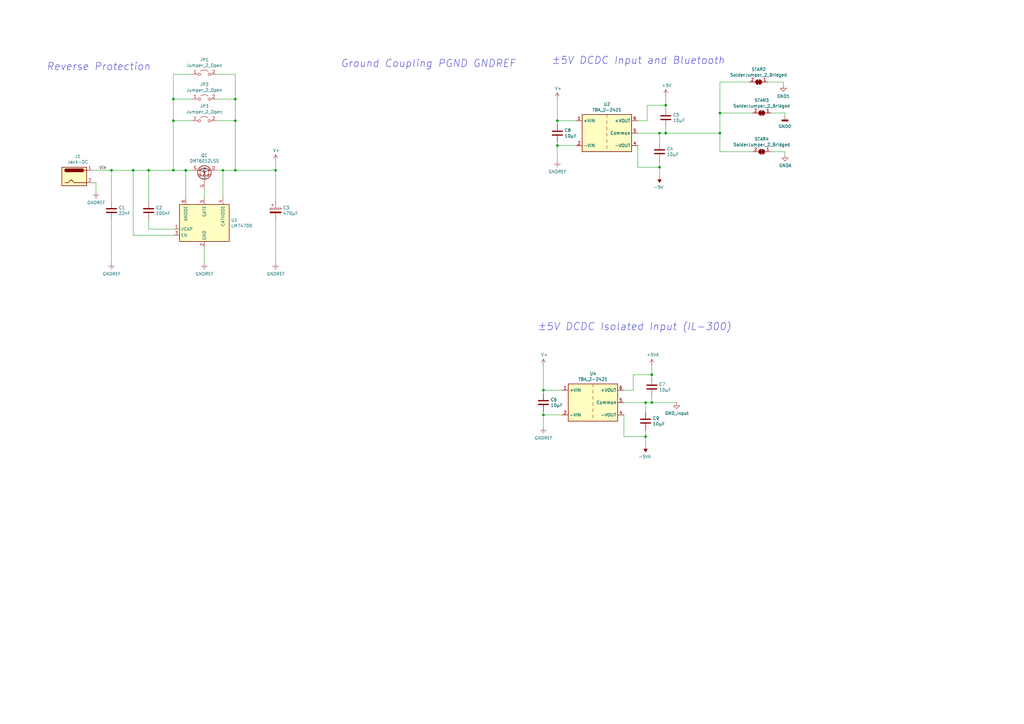
<source format=kicad_sch>
(kicad_sch (version 20211123) (generator eeschema)
  (paper "A3")
  (title_block (date "2020-05-23") (rev "1"))
  (lib_symbols
    (symbol "Connector:Jack-DC" (pin_names (offset 1.016))
      (property "Reference" "J" (at 0 5.334 0))
      (property "Value" "Jack-DC" (at 0 -5.08 0))
      (symbol "Jack-DC_0_1"
        (rectangle (start -5.08 3.81) (end 5.08 -3.81) (stroke (width 0.254)) (fill (type background)))
        (arc (start -3.302 3.175) (mid -3.937 2.54) (end -3.302 1.905) (stroke (width 0.254)))
        (arc (start -3.302 3.175) (mid -3.937 2.54) (end -3.302 1.905) (stroke (width 0.254)) (fill (type outline)))
        (polyline (pts (xy 5.08 2.54) (xy 3.81 2.54)) (stroke (width 0.254)))
        (polyline (pts (xy -3.81 -2.54) (xy -2.54 -2.54) (xy -1.27 -1.27) (xy 0 -2.54) (xy 2.54 -2.54) (xy 5.08 -2.54)) (stroke (width 0.254)))
        (rectangle (start 3.683 3.175) (end -3.302 1.905) (stroke (width 0.254)) (fill (type outline)))
      )
      (symbol "Jack-DC_1_1"
        (pin passive line (at 7.62 2.54 180) (length 2.54) (name "~") (number "1"))
        (pin passive line (at 7.62 -2.54 180) (length 2.54) (name "~") (number "2"))
      )
    )
    (symbol "Device:C" (pin_numbers hide) (pin_names (offset 0.254))
      (property "Reference" "C" (at 0.635 2.54 0))
      (property "Value" "C" (at 0.635 -2.54 0))
      (symbol "C_0_1"
        (polyline (pts (xy -2.032 -0.762) (xy 2.032 -0.762)) (stroke (width 0.508)))
        (polyline (pts (xy -2.032 0.762) (xy 2.032 0.762)) (stroke (width 0.508)))
      )
      (symbol "C_1_1"
        (pin passive line (at 0 3.81 270) (length 2.794) (name "~") (number "1"))
        (pin passive line (at 0 -3.81 90) (length 2.794) (name "~") (number "2"))
      )
    )
    (symbol "Device:CP" (pin_numbers hide) (pin_names (offset 0.254))
      (property "Reference" "C" (at 0.635 2.54 0))
      (property "Value" "Device_CP" (at 0.635 -2.54 0))
      (symbol "CP_0_1"
        (rectangle (start -2.286 0.508) (end 2.286 1.016))
        (polyline (pts (xy -1.778 2.286) (xy -0.762 2.286)))
        (polyline (pts (xy -1.27 2.794) (xy -1.27 1.778)))
        (rectangle (start 2.286 -0.508) (end -2.286 -1.016) (fill (type outline)))
      )
      (symbol "CP_1_1"
        (pin passive line (at 0 3.81 270) (length 2.794) (name "~") (number "1"))
        (pin passive line (at 0 -3.81 90) (length 2.794) (name "~") (number "2"))
      )
    )
    (symbol "Jumper:Jumper_2_Open" (pin_names (offset 0) hide)
      (property "Reference" "JP" (at 0 2.794 0))
      (property "Value" "Jumper_2_Open" (at 0 -2.286 0))
      (symbol "Jumper_2_Open_0_0"
        (circle (center -2.032 0) (radius 0.508))
        (circle (center 2.032 0) (radius 0.508))
      )
      (symbol "Jumper_2_Open_0_1"
        (arc (start 1.524 1.27) (mid 0 1.778) (end -1.524 1.27))
      )
      (symbol "Jumper_2_Open_1_1"
        (pin passive line (at -5.08 0 0) (length 2.54) (name "A") (number "1"))
        (pin passive line (at 5.08 0 180) (length 2.54) (name "B") (number "2"))
      )
    )
    (symbol "Jumper:SolderJumper_2_Bridged" (pin_names (offset 0) hide)
      (property "Reference" "JP" (at 0 2.032 0))
      (property "Value" "SolderJumper_2_Bridged" (at 0 -2.54 0))
      (symbol "SolderJumper_2_Bridged_0_1"
        (rectangle (start -0.508 0.508) (end 0.508 -0.508) (fill (type outline)))
        (arc (start -0.254 1.016) (mid -1.27 0) (end -0.254 -1.016))
        (arc (start -0.254 1.016) (mid -1.27 0) (end -0.254 -1.016) (fill (type outline)))
        (polyline (pts (xy -0.254 1.016) (xy -0.254 -1.016)))
        (polyline (pts (xy 0.254 1.016) (xy 0.254 -1.016)))
        (arc (start 0.254 -1.016) (mid 1.27 0) (end 0.254 1.016))
        (arc (start 0.254 -1.016) (mid 1.27 0) (end 0.254 1.016) (fill (type outline)))
      )
      (symbol "SolderJumper_2_Bridged_1_1"
        (pin passive line (at -3.81 0 0) (length 2.54) (name "A") (number "1"))
        (pin passive line (at 3.81 0 180) (length 2.54) (name "B") (number "2"))
      )
    )
    (symbol "MyLib:DMT6012LSS" (pin_names (offset 1.016))
      (property "Reference" "Q" (at 3.81 1.27 0))
      (property "Value" "MyLib_DMT6012LSS" (at 8.89 -1.27 0))
      (symbol "DMT6012LSS_1_1"
        (circle (center -0.889 0) (radius 2.794) (stroke (width 0.254)))
        (circle (center 0 -1.778) (radius 0.254) (fill (type outline)))
        (polyline (pts (xy -2.286 0) (xy -5.08 0)))
        (polyline (pts (xy -2.286 1.905) (xy -2.286 -1.905)) (stroke (width 0.254)))
        (polyline (pts (xy -1.778 -1.27) (xy -1.778 -2.286)) (stroke (width 0.254)))
        (polyline (pts (xy -1.778 0.508) (xy -1.778 -0.508)) (stroke (width 0.254)))
        (polyline (pts (xy -1.778 2.286) (xy -1.778 1.27)) (stroke (width 0.254)))
        (polyline (pts (xy 0 2.54) (xy 0 1.778)))
        (polyline (pts (xy 0 -2.54) (xy 0 0) (xy -1.778 0)))
        (polyline (pts (xy -1.778 -1.778) (xy 0.762 -1.778) (xy 0.762 1.778) (xy -1.778 1.778)))
        (polyline (pts (xy -1.524 0) (xy -0.508 0.381) (xy -0.508 -0.381) (xy -1.524 0)) (fill (type outline)))
        (polyline (pts (xy 0.254 0.508) (xy 0.381 0.381) (xy 1.143 0.381) (xy 1.27 0.254)))
        (polyline (pts (xy 0.762 0.381) (xy 0.381 -0.254) (xy 1.143 -0.254) (xy 0.762 0.381)))
        (circle (center 0 1.778) (radius 0.254) (fill (type outline)))
        (pin passive line (at 0 5.08 270) (length 2.54) (name "D") (number "D"))
        (pin input line (at -7.62 0 0) (length 2.54) (name "G") (number "G"))
        (pin passive line (at 0 -5.08 90) (length 2.54) (name "S") (number "S"))
      )
    )
    (symbol "MyLib:TBA_2-XXXX"
      (property "Reference" "U" (at -8.89 8.89 0))
      (property "Value" "MyLib_TBA_2-XXXX" (at 10.16 8.89 0))
      (symbol "TBA_2-XXXX_0_1"
        (rectangle (start -10.16 7.62) (end 10.16 -7.62) (stroke (width 0.254)) (fill (type background)))
        (polyline (pts (xy 0 -5.08) (xy 0 -6.35)))
        (polyline (pts (xy 0 -2.54) (xy 0 -3.81)))
        (polyline (pts (xy 0 0) (xy 0 -1.27)))
        (polyline (pts (xy 0 2.54) (xy 0 1.27)))
        (polyline (pts (xy 0 5.08) (xy 0 3.81)))
        (polyline (pts (xy 0 7.62) (xy 0 6.35)))
      )
      (symbol "TBA_2-XXXX_1_1"
        (pin power_in line (at -12.7 5.08 0) (length 2.54) (name "+VIN") (number "1"))
        (pin power_in line (at -12.7 -5.08 0) (length 2.54) (name "-VIN") (number "2"))
        (pin power_out line (at 12.7 -5.08 180) (length 2.54) (name "-VOUT") (number "4"))
        (pin power_out line (at 12.7 0 180) (length 2.54) (name "Common") (number "5"))
        (pin power_out line (at 12.7 5.08 180) (length 2.54) (name "+VOUT") (number "6"))
      )
    )
    (symbol "MyLib:V+" (power) (pin_names (offset 0))
      (property "Value" "MyLib_V+" (at 0 3.556 0))
      (symbol "V+_0_1"
        (polyline (pts (xy -0.762 1.27) (xy 0 2.54)))
        (polyline (pts (xy 0 0) (xy 0 2.54)))
        (polyline (pts (xy 0 2.54) (xy 0.762 1.27)))
      )
      (symbol "V+_1_1"
        (pin power_in line (at 0 0 90) (length 0) hide (name "V+") (number "1"))
      )
    )
    (symbol "OfficeAmp:GND_Input" (power) (pin_names (offset 0))
      (property "Value" "GND_Input" (at 0 -3.81 0))
      (symbol "GND_Input_0_1"
        (polyline (pts (xy 0 0) (xy 0 -1.27) (xy 1.27 -1.27) (xy 0 -2.54) (xy -1.27 -1.27) (xy 0 -1.27)))
      )
      (symbol "GND_Input_1_1"
        (pin power_in line (at 0 0 270) (length 0) hide (name "GND_Input") (number "1"))
      )
    )
    (symbol "Power_Management:LM74700"
      (property "Reference" "U" (at -9.525 -8.89 0))
      (property "Value" "LM74700" (at 7.62 -8.89 0))
      (symbol "LM74700_0_1"
        (rectangle (start -10.16 7.62) (end 10.16 -7.62) (stroke (width 0.254)) (fill (type background)))
      )
      (symbol "LM74700_1_1"
        (pin passive line (at -12.7 -2.54 0) (length 2.54) (name "VCAP") (number "1"))
        (pin power_in line (at 0 -10.16 90) (length 2.54) (name "GND") (number "2"))
        (pin input line (at -12.7 -5.08 0) (length 2.54) (name "EN") (number "3"))
        (pin input line (at 7.62 10.16 270) (length 2.54) (name "CATHODE") (number "4"))
        (pin output line (at 0 10.16 270) (length 2.54) (name "GATE") (number "5"))
        (pin power_in line (at -7.62 10.16 270) (length 2.54) (name "ANODE") (number "6"))
      )
    )
    (symbol "power:+5V" (power) (pin_names (offset 0))
      (property "Value" "+5V" (at 0 3.556 0))
      (symbol "+5V_0_1"
        (polyline (pts (xy -0.762 1.27) (xy 0 2.54)))
        (polyline (pts (xy 0 0) (xy 0 2.54)))
        (polyline (pts (xy 0 2.54) (xy 0.762 1.27)))
      )
      (symbol "+5V_1_1"
        (pin power_in line (at 0 0 90) (length 0) hide (name "+5V") (number "1"))
      )
    )
    (symbol "power:+5VA" (power) (pin_names (offset 0))
      (property "Value" "+5VA" (at 0 3.556 0))
      (symbol "+5VA_0_1"
        (polyline (pts (xy -0.762 1.27) (xy 0 2.54)))
        (polyline (pts (xy 0 0) (xy 0 2.54)))
        (polyline (pts (xy 0 2.54) (xy 0.762 1.27)))
      )
      (symbol "+5VA_1_1"
        (pin power_in line (at 0 0 90) (length 0) hide (name "+5VA") (number "1"))
      )
    )
    (symbol "power:-5V" (power) (pin_names (offset 0))
      (property "Value" "-5V" (at 0 3.81 0))
      (symbol "-5V_0_0"
        (pin power_in line (at 0 0 90) (length 0) hide (name "-5V") (number "1"))
      )
      (symbol "-5V_0_1"
        (polyline (pts (xy 0 0) (xy 0 1.27) (xy 0.762 1.27) (xy 0 2.54) (xy -0.762 1.27) (xy 0 1.27)) (fill (type outline)))
      )
    )
    (symbol "power:-5VA" (power) (pin_names (offset 0))
      (property "Value" "-5VA" (at 0 3.81 0))
      (symbol "-5VA_0_0"
        (pin power_in line (at 0 0 90) (length 0) hide (name "-5VA") (number "1"))
      )
      (symbol "-5VA_0_1"
        (polyline (pts (xy 0 0) (xy 0 1.27) (xy 0.762 1.27) (xy 0 2.54) (xy -0.762 1.27) (xy 0 1.27)) (fill (type outline)))
      )
    )
    (symbol "power:GND1" (power) (pin_names (offset 0))
      (property "Value" "GND1" (at 0 -3.81 0))
      (symbol "GND1_0_1"
        (polyline (pts (xy 0 0) (xy 0 -1.27) (xy 1.27 -1.27) (xy 0 -2.54) (xy -1.27 -1.27) (xy 0 -1.27)))
      )
      (symbol "GND1_1_1"
        (pin power_in line (at 0 0 270) (length 0) hide (name "GND1") (number "1"))
      )
    )
    (symbol "power:GNDA" (power) (pin_names (offset 0))
      (property "Value" "GNDA" (at 0 -3.81 0))
      (symbol "GNDA_0_1"
        (polyline (pts (xy 0 0) (xy 0 -1.27) (xy 1.27 -1.27) (xy 0 -2.54) (xy -1.27 -1.27) (xy 0 -1.27)))
      )
      (symbol "GNDA_1_1"
        (pin power_in line (at 0 0 270) (length 0) hide (name "GNDA") (number "1"))
      )
    )
    (symbol "power:GNDD" (power) (pin_names (offset 0))
      (property "Value" "GNDD" (at 0 -3.175 0))
      (symbol "GNDD_0_1"
        (rectangle (start -1.27 -1.524) (end 1.27 -2.032) (stroke (width 0.254)) (fill (type outline)))
        (polyline (pts (xy 0 0) (xy 0 -1.524)))
      )
      (symbol "GNDD_1_1"
        (pin power_in line (at 0 0 270) (length 0) hide (name "GNDD") (number "1"))
      )
    )
    (symbol "power:GNDREF" (power) (pin_names (offset 0))
      (property "Value" "GNDREF" (at 0 -3.81 0))
      (symbol "GNDREF_0_1"
        (polyline (pts (xy -0.635 -1.905) (xy 0.635 -1.905)))
        (polyline (pts (xy -0.127 -2.54) (xy 0.127 -2.54)))
        (polyline (pts (xy 0 -1.27) (xy 0 0)))
        (polyline (pts (xy 1.27 -1.27) (xy -1.27 -1.27)))
      )
      (symbol "GNDREF_1_1"
        (pin power_in line (at 0 0 270) (length 0) hide (name "GNDREF") (number "1"))
      )
    )
  )
  (junction (at 60.96 69.85))
  (junction (at 264.795 165.1))
  (junction (at 270.51 68.58))
  (junction (at 267.335 153.67))
  (junction (at 295.275 54.61))
  (junction (at 96.52 49.53))
  (junction (at 222.885 170.18))
  (junction (at 113.03 69.85))
  (junction (at 71.12 69.85))
  (junction (at 228.6 49.53))
  (junction (at 273.05 54.61))
  (junction (at 45.72 69.85))
  (junction (at 273.05 43.18))
  (junction (at 91.44 69.85))
  (junction (at 54.61 69.85))
  (junction (at 295.275 46.355))
  (junction (at 71.12 49.53))
  (junction (at 96.52 40.64))
  (junction (at 228.6 59.69))
  (junction (at 270.51 54.61))
  (junction (at 76.2 69.85))
  (junction (at 267.335 165.1))
  (junction (at 96.52 69.85))
  (junction (at 71.12 40.64))
  (junction (at 264.795 179.07))
  (junction (at 222.885 160.02))
  (wire (pts (xy 76.2 69.85) (xy 76.2 81.28)))
  (wire (pts (xy 261.62 54.61) (xy 270.51 54.61)))
  (wire (pts (xy 60.96 69.85) (xy 71.12 69.85)))
  (wire (pts (xy 83.82 107.95) (xy 83.82 101.6)))
  (wire (pts (xy 267.335 162.56) (xy 267.335 165.1)))
  (wire (pts (xy 255.905 165.1) (xy 264.795 165.1)))
  (wire (pts (xy 113.03 69.85) (xy 113.03 66.04)))
  (wire (pts (xy 264.795 179.07) (xy 264.795 176.53)))
  (wire (pts (xy 255.905 179.07) (xy 264.795 179.07)))
  (wire (pts (xy 60.96 93.98) (xy 71.12 93.98)))
  (wire (pts (xy 267.335 153.67) (xy 267.335 154.94)))
  (wire (pts (xy 295.275 46.355) (xy 308.61 46.355)))
  (wire (pts (xy 88.9 30.48) (xy 96.52 30.48)))
  (wire (pts (xy 321.945 62.23) (xy 321.945 63.5)))
  (wire (pts (xy 314.96 33.655) (xy 321.31 33.655)))
  (wire (pts (xy 222.885 160.02) (xy 222.885 161.29)))
  (wire (pts (xy 267.335 165.1) (xy 277.495 165.1)))
  (wire (pts (xy 71.12 40.64) (xy 71.12 49.53)))
  (wire (pts (xy 88.9 69.85) (xy 91.44 69.85)))
  (wire (pts (xy 113.03 82.55) (xy 113.03 69.85)))
  (wire (pts (xy 264.795 165.1) (xy 267.335 165.1)))
  (wire (pts (xy 273.05 54.61) (xy 295.275 54.61)))
  (wire (pts (xy 71.12 49.53) (xy 78.74 49.53)))
  (wire (pts (xy 228.6 59.69) (xy 236.22 59.69)))
  (wire (pts (xy 270.51 58.42) (xy 270.51 54.61)))
  (wire (pts (xy 261.62 68.58) (xy 270.51 68.58)))
  (wire (pts (xy 228.6 58.42) (xy 228.6 59.69)))
  (wire (pts (xy 228.6 49.53) (xy 236.22 49.53)))
  (wire (pts (xy 265.43 43.18) (xy 273.05 43.18)))
  (wire (pts (xy 321.31 33.655) (xy 321.31 34.925)))
  (wire (pts (xy 71.12 96.52) (xy 54.61 96.52)))
  (wire (pts (xy 295.275 62.23) (xy 308.61 62.23)))
  (wire (pts (xy 316.23 46.355) (xy 321.945 46.355)))
  (wire (pts (xy 264.795 165.1) (xy 264.795 168.91)))
  (wire (pts (xy 222.885 168.91) (xy 222.885 170.18)))
  (wire (pts (xy 45.72 69.85) (xy 38.1 69.85)))
  (wire (pts (xy 60.96 90.17) (xy 60.96 93.98)))
  (wire (pts (xy 259.715 153.67) (xy 267.335 153.67)))
  (wire (pts (xy 39.37 74.93) (xy 39.37 78.74)))
  (wire (pts (xy 71.12 49.53) (xy 71.12 69.85)))
  (wire (pts (xy 316.23 62.23) (xy 321.945 62.23)))
  (wire (pts (xy 38.1 74.93) (xy 39.37 74.93)))
  (wire (pts (xy 321.945 46.355) (xy 321.945 47.625)))
  (wire (pts (xy 45.72 69.85) (xy 45.72 82.55)))
  (wire (pts (xy 222.885 170.18) (xy 230.505 170.18)))
  (wire (pts (xy 295.275 46.355) (xy 295.275 33.655)))
  (wire (pts (xy 270.51 68.58) (xy 270.51 72.39)))
  (wire (pts (xy 222.885 175.26) (xy 222.885 170.18)))
  (wire (pts (xy 295.275 33.655) (xy 307.34 33.655)))
  (wire (pts (xy 78.74 69.85) (xy 76.2 69.85)))
  (wire (pts (xy 267.335 149.86) (xy 267.335 153.67)))
  (wire (pts (xy 96.52 49.53) (xy 96.52 69.85)))
  (wire (pts (xy 96.52 30.48) (xy 96.52 40.64)))
  (wire (pts (xy 88.9 49.53) (xy 96.52 49.53)))
  (wire (pts (xy 228.6 49.53) (xy 228.6 50.8)))
  (wire (pts (xy 45.72 90.17) (xy 45.72 107.95)))
  (wire (pts (xy 54.61 96.52) (xy 54.61 69.85)))
  (wire (pts (xy 78.74 40.64) (xy 71.12 40.64)))
  (wire (pts (xy 54.61 69.85) (xy 60.96 69.85)))
  (wire (pts (xy 96.52 69.85) (xy 91.44 69.85)))
  (wire (pts (xy 91.44 69.85) (xy 91.44 81.28)))
  (wire (pts (xy 273.05 39.37) (xy 273.05 43.18)))
  (wire (pts (xy 88.9 40.64) (xy 96.52 40.64)))
  (wire (pts (xy 261.62 68.58) (xy 261.62 59.69)))
  (wire (pts (xy 228.6 59.69) (xy 228.6 66.04)))
  (wire (pts (xy 113.03 69.85) (xy 96.52 69.85)))
  (wire (pts (xy 270.51 68.58) (xy 270.51 66.04)))
  (wire (pts (xy 270.51 54.61) (xy 273.05 54.61)))
  (wire (pts (xy 295.275 54.61) (xy 295.275 46.355)))
  (wire (pts (xy 71.12 69.85) (xy 76.2 69.85)))
  (wire (pts (xy 295.275 54.61) (xy 295.275 62.23)))
  (wire (pts (xy 96.52 40.64) (xy 96.52 49.53)))
  (wire (pts (xy 261.62 49.53) (xy 265.43 49.53)))
  (wire (pts (xy 273.05 52.07) (xy 273.05 54.61)))
  (wire (pts (xy 113.03 107.95) (xy 113.03 90.17)))
  (wire (pts (xy 273.05 43.18) (xy 273.05 44.45)))
  (wire (pts (xy 265.43 49.53) (xy 265.43 43.18)))
  (wire (pts (xy 83.82 77.47) (xy 83.82 81.28)))
  (wire (pts (xy 228.6 40.64) (xy 228.6 49.53)))
  (wire (pts (xy 45.72 69.85) (xy 54.61 69.85)))
  (wire (pts (xy 71.12 30.48) (xy 71.12 40.64)))
  (wire (pts (xy 259.715 160.02) (xy 259.715 153.67)))
  (wire (pts (xy 222.885 149.86) (xy 222.885 160.02)))
  (wire (pts (xy 264.795 179.07) (xy 264.795 182.88)))
  (wire (pts (xy 60.96 69.85) (xy 60.96 82.55)))
  (wire (pts (xy 255.905 160.02) (xy 259.715 160.02)))
  (wire (pts (xy 78.74 30.48) (xy 71.12 30.48)))
  (wire (pts (xy 222.885 160.02) (xy 230.505 160.02)))
  (wire (pts (xy 255.905 170.18) (xy 255.905 179.07)))
  (text "±5V DCDC Input and Bluetooth" (at 226.06 26.67 0) (effects (font (size 2.9972 2.9972) italic) (justify left bottom)))
  (text "Ground Coupling PGND GNDREF" (at 139.7 27.94 0) (effects (font (size 2.9972 2.9972) italic) (justify left bottom)))
  (text "±5V DCDC Isolated Input (IL-300)" (at 220.345 135.89 0) (effects (font (size 2.9972 2.9972) italic) (justify left bottom)))
  (text "Reverse Protection" (at 19.05 29.21 0) (effects (font (size 2.9972 2.9972) italic) (justify left bottom)))
  (label "Vin" (at 40.64 69.85 0))
  (symbol (lib_id "Power_Management:LM74700") (at 83.82 91.44 0) (unit 1)
    (property "Reference" "U1" (at 94.742 90.2716 0) (effects (justify left)))
    (property "Value" "LM74700" (at 94.742 92.583 0) (effects (justify left)))
    (property "Footprint" "Package_TO_SOT_SMD:SOT-23-6" (effects hide))
    (property "Datasheet" "http://www.ti.com/lit/gpn/LM74700-Q1" (effects hide))
  )
  (symbol (lib_id "Device:C") (at 60.96 86.36 0) (unit 1)
    (property "Reference" "C2" (at 63.881 85.1916 0) (effects (justify left)))
    (property "Value" "100nF" (at 63.881 87.503 0) (effects (justify left)))
    (property "Footprint" "Capacitor_SMD:C_0805_2012Metric_Pad1.18x1.45mm_HandSolder" (effects hide))
  )
  (symbol (lib_id "Device:C") (at 45.72 86.36 0) (unit 1)
    (property "Reference" "C1" (at 48.641 85.1916 0) (effects (justify left)))
    (property "Value" "22nF" (at 48.641 87.503 0) (effects (justify left)))
    (property "Footprint" "Capacitor_SMD:C_0805_2012Metric_Pad1.18x1.45mm_HandSolder" (effects hide))
  )
  (symbol (lib_id "power:GNDREF") (at 39.37 78.74 0) (unit 1)
    (property "Reference" "#PWR0101" (effects hide))
    (property "Value" "GNDREF" (at 39.497 83.1342 0))
  )
  (symbol (lib_id "power:GNDREF") (at 45.72 107.95 0) (unit 1)
    (property "Reference" "#PWR0102" (effects hide))
    (property "Value" "GNDREF" (at 45.847 112.3442 0))
  )
  (symbol (lib_id "power:GNDREF") (at 83.82 107.95 0) (unit 1)
    (property "Reference" "#PWR0103" (effects hide))
    (property "Value" "GNDREF" (at 83.947 112.3442 0))
  )
  (symbol (lib_id "power:GNDREF") (at 113.03 107.95 0) (unit 1)
    (property "Reference" "#PWR0104" (effects hide))
    (property "Value" "GNDREF" (at 113.157 112.3442 0))
  )
  (symbol (lib_id "Device:CP") (at 113.03 86.36 0) (unit 1)
    (property "Reference" "C3" (at 116.0272 85.1916 0) (effects (justify left)))
    (property "Value" "470µF" (at 116.0272 87.503 0) (effects (justify left)))
    (property "Footprint" "Capacitor_THT:CP_Radial_D10.0mm_P5.00mm" (effects hide))
  )
  (symbol (lib_id "MyLib:DMT6012LSS") (at 83.82 69.85 270) (mirror x) (unit 1)
    (property "Reference" "Q1" (at 83.82 63.7032 90))
    (property "Value" "DMT6012LSS" (at 83.82 66.0146 90))
    (property "Footprint" "MyLib:N-CH-SO-8_5.3x6.2mm_P1.27mm" (effects hide))
  )
  (symbol (lib_id "MyLib:V+") (at 113.03 66.04 0) (unit 1)
    (property "Reference" "#PWR0105" (effects hide))
    (property "Value" "V+" (at 113.411 61.6458 0))
  )
  (symbol (lib_id "Jumper:Jumper_2_Open") (at 83.82 30.48 0) (unit 1)
    (property "Reference" "JP1" (at 83.82 24.511 0))
    (property "Value" "Jumper_2_Open" (at 83.82 26.8224 0))
    (property "Footprint" "Jumper:SolderJumper-2_P1.3mm_Open_TrianglePad1.0x1.5mm" (effects hide))
  )
  (symbol (lib_id "Jumper:Jumper_2_Open") (at 83.82 40.64 0) (unit 1)
    (property "Reference" "JP2" (at 83.82 34.671 0))
    (property "Value" "Jumper_2_Open" (at 83.82 36.9824 0))
    (property "Footprint" "Jumper:SolderJumper-2_P1.3mm_Open_TrianglePad1.0x1.5mm" (effects hide))
  )
  (symbol (lib_id "Connector:Jack-DC") (at 30.48 72.39 0) (unit 1)
    (property "Reference" "J1" (at 31.9278 64.135 0))
    (property "Value" "Jack-DC" (at 31.9278 66.4464 0))
    (property "Footprint" "Connector_BarrelJack:BarrelJack_Horizontal" (effects hide))
  )
  (symbol (lib_id "MyLib:TBA_2-XXXX") (at 243.205 165.1 0) (unit 1)
    (property "Reference" "U4" (at 243.205 153.2382 0))
    (property "Value" "TBA_2-2421" (at 243.205 155.5496 0))
    (property "Footprint" "MyLib:SIP-7" (effects hide))
    (property "Datasheet" "https://www.tracopower.com/products/tmr2.pdf" (effects hide))
  )
  (symbol (lib_id "Device:C") (at 222.885 165.1 0) (unit 1)
    (property "Reference" "C6" (at 225.806 163.9316 0) (effects (justify left)))
    (property "Value" "10µF" (at 225.806 166.243 0) (effects (justify left)))
    (property "Footprint" "Capacitor_SMD:C_0805_2012Metric_Pad1.18x1.45mm_HandSolder" (effects hide))
  )
  (symbol (lib_id "Device:C") (at 267.335 158.75 0) (unit 1)
    (property "Reference" "C7" (at 270.256 157.5816 0) (effects (justify left)))
    (property "Value" "10µF" (at 270.256 159.893 0) (effects (justify left)))
    (property "Footprint" "Capacitor_SMD:C_0805_2012Metric_Pad1.18x1.45mm_HandSolder" (effects hide))
  )
  (symbol (lib_id "power:+5VA") (at 267.335 149.86 0) (unit 1)
    (property "Reference" "#PWR0117" (effects hide))
    (property "Value" "+5VA" (at 267.716 145.4658 0))
  )
  (symbol (lib_id "Device:C") (at 228.6 54.61 0) (unit 1)
    (property "Reference" "C8" (at 231.521 53.4416 0) (effects (justify left)))
    (property "Value" "10µF" (at 231.521 55.753 0) (effects (justify left)))
    (property "Footprint" "Capacitor_SMD:C_0805_2012Metric_Pad1.18x1.45mm_HandSolder" (effects hide))
  )
  (symbol (lib_id "Device:C") (at 264.795 172.72 0) (unit 1)
    (property "Reference" "C9" (at 267.716 171.5516 0) (effects (justify left)))
    (property "Value" "10µF" (at 267.716 173.863 0) (effects (justify left)))
    (property "Footprint" "Capacitor_SMD:C_0805_2012Metric_Pad1.18x1.45mm_HandSolder" (effects hide))
  )
  (symbol (lib_id "power:-5VA") (at 264.795 182.88 180) (unit 1)
    (property "Reference" "#PWR017" (effects hide))
    (property "Value" "-5VA" (at 264.414 187.2742 0))
  )
  (symbol (lib_id "MyLib:TBA_2-XXXX") (at 248.92 54.61 0) (unit 1)
    (property "Reference" "U2" (at 248.92 42.7482 0))
    (property "Value" "TBA_2-2421" (at 248.92 45.0596 0))
    (property "Footprint" "MyLib:SIP-7" (effects hide))
    (property "Datasheet" "https://www.tracopower.com/products/tmr2.pdf" (effects hide))
  )
  (symbol (lib_id "Device:C") (at 273.05 48.26 0) (unit 1)
    (property "Reference" "C5" (at 275.971 47.0916 0) (effects (justify left)))
    (property "Value" "10µF" (at 275.971 49.403 0) (effects (justify left)))
    (property "Footprint" "Capacitor_SMD:C_0805_2012Metric_Pad1.18x1.45mm_HandSolder" (effects hide))
  )
  (symbol (lib_id "Device:C") (at 270.51 62.23 0) (unit 1)
    (property "Reference" "C4" (at 273.431 61.0616 0) (effects (justify left)))
    (property "Value" "10µF" (at 273.431 63.373 0) (effects (justify left)))
    (property "Footprint" "Capacitor_SMD:C_0805_2012Metric_Pad1.18x1.45mm_HandSolder" (effects hide))
  )
  (symbol (lib_id "MyLib:V+") (at 228.6 40.64 0) (unit 1)
    (property "Reference" "#PWR08" (effects hide))
    (property "Value" "V+" (at 228.981 36.2458 0))
  )
  (symbol (lib_id "MyLib:V+") (at 222.885 149.86 0) (unit 1)
    (property "Reference" "#PWR016" (effects hide))
    (property "Value" "V+" (at 223.266 145.4658 0))
  )
  (symbol (lib_id "power:GNDREF") (at 228.6 66.04 0) (unit 1)
    (property "Reference" "#PWR09" (effects hide))
    (property "Value" "GNDREF" (at 228.727 70.4342 0))
  )
  (symbol (lib_id "power:+5V") (at 273.05 39.37 0) (unit 1)
    (property "Reference" "#PWR014" (effects hide))
    (property "Value" "+5V" (at 273.431 34.9758 0))
  )
  (symbol (lib_id "power:-5V") (at 270.51 72.39 180) (unit 1)
    (property "Reference" "#PWR013" (effects hide))
    (property "Value" "-5V" (at 270.129 76.7842 0))
  )
  (symbol (lib_id "power:GNDA") (at 321.945 63.5 0) (unit 1)
    (property "Reference" "#PWR015" (effects hide))
    (property "Value" "GNDA" (at 322.072 67.8942 0))
  )
  (symbol (lib_id "power:GNDREF") (at 222.885 175.26 0) (unit 1)
    (property "Reference" "#PWR0110" (effects hide))
    (property "Value" "GNDREF" (at 223.012 179.6542 0))
  )
  (symbol (lib_id "OfficeAmp:GND_Input") (at 277.495 165.1 0) (unit 1)
    (property "Reference" "#PWR0111" (effects hide))
    (property "Value" "GND_Input" (at 277.622 169.4942 0))
  )
  (symbol (lib_id "power:GNDD") (at 321.945 47.625 0) (unit 1)
    (property "Reference" "#PWR022" (effects hide))
    (property "Value" "GNDD" (at 321.945 51.8065 0))
  )
  (symbol (lib_id "Jumper:Jumper_2_Open") (at 83.82 49.53 0) (unit 1)
    (property "Reference" "JP3" (at 83.82 43.561 0))
    (property "Value" "Jumper_2_Open" (at 83.82 45.8724 0))
    (property "Footprint" "Jumper:SolderJumper-2_P1.3mm_Open_TrianglePad1.0x1.5mm" (effects hide))
  )
  (symbol (lib_id "power:GND1") (at 321.31 34.925 0) (unit 1)
    (property "Reference" "#PWR01" (effects hide))
    (property "Value" "GND1" (at 321.31 39.4875 0))
  )
  (symbol (lib_id "Jumper:SolderJumper_2_Bridged") (at 312.42 62.23 0) (mirror y) (unit 1)
    (property "Reference" "STAR4" (at 312.42 57.023 0))
    (property "Value" "SolderJumper_2_Bridged" (at 312.42 59.3344 0))
    (property "Footprint" "Jumper:SolderJumper-2_P1.3mm_Bridged_RoundedPad1.0x1.5mm" (effects hide))
  )
  (symbol (lib_id "Jumper:SolderJumper_2_Bridged") (at 312.42 46.355 0) (mirror y) (unit 1)
    (property "Reference" "STAR3" (at 312.42 41.148 0))
    (property "Value" "SolderJumper_2_Bridged" (at 312.42 43.4594 0))
    (property "Footprint" "Jumper:SolderJumper-2_P1.3mm_Bridged_RoundedPad1.0x1.5mm" (effects hide))
  )
  (symbol (lib_id "Jumper:SolderJumper_2_Bridged") (at 311.15 33.655 0) (mirror y) (unit 1)
    (property "Reference" "STAR2" (at 311.15 28.448 0))
    (property "Value" "SolderJumper_2_Bridged" (at 311.15 30.7594 0))
    (property "Footprint" "Jumper:SolderJumper-2_P1.3mm_Bridged_RoundedPad1.0x1.5mm" (effects hide))
  )
)
</source>
